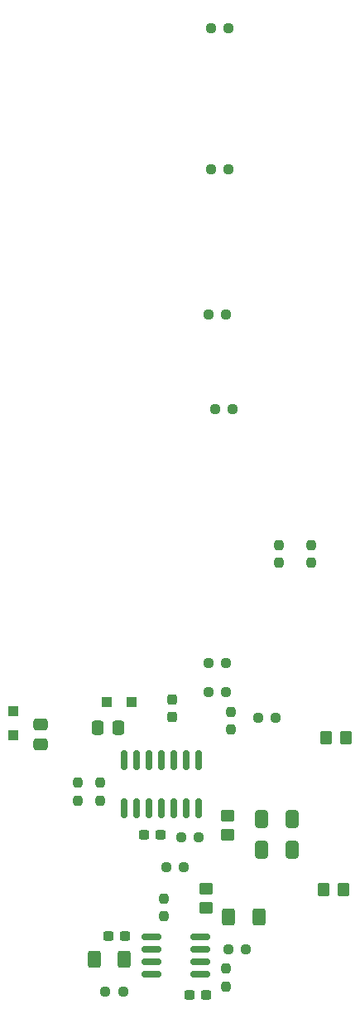
<source format=gbp>
G04 #@! TF.GenerationSoftware,KiCad,Pcbnew,6.0.5-a6ca702e91~116~ubuntu22.04.1*
G04 #@! TF.CreationDate,2022-06-02T14:51:50-07:00*
G04 #@! TF.ProjectId,HEAR,48454152-2e6b-4696-9361-645f70636258,2.1*
G04 #@! TF.SameCoordinates,Original*
G04 #@! TF.FileFunction,Paste,Bot*
G04 #@! TF.FilePolarity,Positive*
%FSLAX46Y46*%
G04 Gerber Fmt 4.6, Leading zero omitted, Abs format (unit mm)*
G04 Created by KiCad (PCBNEW 6.0.5-a6ca702e91~116~ubuntu22.04.1) date 2022-06-02 14:51:50*
%MOMM*%
%LPD*%
G01*
G04 APERTURE LIST*
G04 Aperture macros list*
%AMRoundRect*
0 Rectangle with rounded corners*
0 $1 Rounding radius*
0 $2 $3 $4 $5 $6 $7 $8 $9 X,Y pos of 4 corners*
0 Add a 4 corners polygon primitive as box body*
4,1,4,$2,$3,$4,$5,$6,$7,$8,$9,$2,$3,0*
0 Add four circle primitives for the rounded corners*
1,1,$1+$1,$2,$3*
1,1,$1+$1,$4,$5*
1,1,$1+$1,$6,$7*
1,1,$1+$1,$8,$9*
0 Add four rect primitives between the rounded corners*
20,1,$1+$1,$2,$3,$4,$5,0*
20,1,$1+$1,$4,$5,$6,$7,0*
20,1,$1+$1,$6,$7,$8,$9,0*
20,1,$1+$1,$8,$9,$2,$3,0*%
G04 Aperture macros list end*
%ADD10R,1.000000X1.000000*%
%ADD11RoundRect,0.250000X0.337500X0.475000X-0.337500X0.475000X-0.337500X-0.475000X0.337500X-0.475000X0*%
%ADD12RoundRect,0.250000X-0.475000X0.337500X-0.475000X-0.337500X0.475000X-0.337500X0.475000X0.337500X0*%
%ADD13RoundRect,0.237500X0.237500X-0.300000X0.237500X0.300000X-0.237500X0.300000X-0.237500X-0.300000X0*%
%ADD14RoundRect,0.237500X-0.300000X-0.237500X0.300000X-0.237500X0.300000X0.237500X-0.300000X0.237500X0*%
%ADD15RoundRect,0.237500X0.300000X0.237500X-0.300000X0.237500X-0.300000X-0.237500X0.300000X-0.237500X0*%
%ADD16RoundRect,0.237500X-0.250000X-0.237500X0.250000X-0.237500X0.250000X0.237500X-0.250000X0.237500X0*%
%ADD17RoundRect,0.237500X-0.237500X0.250000X-0.237500X-0.250000X0.237500X-0.250000X0.237500X0.250000X0*%
%ADD18RoundRect,0.237500X0.237500X-0.250000X0.237500X0.250000X-0.237500X0.250000X-0.237500X-0.250000X0*%
%ADD19RoundRect,0.237500X0.250000X0.237500X-0.250000X0.237500X-0.250000X-0.237500X0.250000X-0.237500X0*%
%ADD20RoundRect,0.150000X-0.150000X0.825000X-0.150000X-0.825000X0.150000X-0.825000X0.150000X0.825000X0*%
%ADD21RoundRect,0.250000X0.412500X0.650000X-0.412500X0.650000X-0.412500X-0.650000X0.412500X-0.650000X0*%
%ADD22RoundRect,0.250000X-0.400000X-0.625000X0.400000X-0.625000X0.400000X0.625000X-0.400000X0.625000X0*%
%ADD23RoundRect,0.250000X0.350000X0.450000X-0.350000X0.450000X-0.350000X-0.450000X0.350000X-0.450000X0*%
%ADD24RoundRect,0.250000X0.450000X-0.350000X0.450000X0.350000X-0.450000X0.350000X-0.450000X-0.350000X0*%
%ADD25RoundRect,0.250000X-0.450000X0.350000X-0.450000X-0.350000X0.450000X-0.350000X0.450000X0.350000X0*%
%ADD26RoundRect,0.150000X0.825000X0.150000X-0.825000X0.150000X-0.825000X-0.150000X0.825000X-0.150000X0*%
%ADD27RoundRect,0.250000X0.400000X0.625000X-0.400000X0.625000X-0.400000X-0.625000X0.400000X-0.625000X0*%
G04 APERTURE END LIST*
D10*
X17526000Y-100350000D03*
X17526000Y-102850000D03*
X27071000Y-99441000D03*
X29571000Y-99441000D03*
D11*
X28215500Y-102108000D03*
X26140500Y-102108000D03*
D12*
X20320000Y-101705500D03*
X20320000Y-103780500D03*
D13*
X33782000Y-100938500D03*
X33782000Y-99213500D03*
D14*
X30887500Y-113030000D03*
X32612500Y-113030000D03*
D15*
X28929500Y-123317000D03*
X27204500Y-123317000D03*
X37235300Y-129336800D03*
X35510300Y-129336800D03*
D16*
X37441500Y-98425000D03*
X39266500Y-98425000D03*
D17*
X48006000Y-83415500D03*
X48006000Y-85240500D03*
X44653200Y-83415500D03*
X44653200Y-85240500D03*
X39751000Y-100433500D03*
X39751000Y-102258500D03*
D16*
X42521500Y-101092000D03*
X44346500Y-101092000D03*
D18*
X26416000Y-109497500D03*
X26416000Y-107672500D03*
D16*
X34647500Y-113284000D03*
X36472500Y-113284000D03*
D17*
X24130000Y-107672500D03*
X24130000Y-109497500D03*
D19*
X34948500Y-116332000D03*
X33123500Y-116332000D03*
D20*
X28829000Y-105348000D03*
X30099000Y-105348000D03*
X31369000Y-105348000D03*
X32639000Y-105348000D03*
X33909000Y-105348000D03*
X35179000Y-105348000D03*
X36449000Y-105348000D03*
X36449000Y-110298000D03*
X35179000Y-110298000D03*
X33909000Y-110298000D03*
X32639000Y-110298000D03*
X31369000Y-110298000D03*
X30099000Y-110298000D03*
X28829000Y-110298000D03*
D16*
X38152700Y-69545200D03*
X39977700Y-69545200D03*
D21*
X46012500Y-111404400D03*
X42887500Y-111404400D03*
D22*
X25780400Y-125730000D03*
X28880400Y-125730000D03*
D21*
X46012500Y-114554000D03*
X42887500Y-114554000D03*
D18*
X39268400Y-128471300D03*
X39268400Y-126646300D03*
D23*
X51292000Y-118618000D03*
X49292000Y-118618000D03*
D16*
X37441500Y-59944000D03*
X39266500Y-59944000D03*
D24*
X37211000Y-120481600D03*
X37211000Y-118481600D03*
D25*
X39420800Y-111014000D03*
X39420800Y-113014000D03*
D23*
X51546000Y-103124000D03*
X49546000Y-103124000D03*
D17*
X32893000Y-119483500D03*
X32893000Y-121308500D03*
D26*
X36612600Y-123418600D03*
X36612600Y-124688600D03*
X36612600Y-125958600D03*
X36612600Y-127228600D03*
X31662600Y-127228600D03*
X31662600Y-125958600D03*
X31662600Y-124688600D03*
X31662600Y-123418600D03*
D19*
X41298500Y-124714000D03*
X39473500Y-124714000D03*
D27*
X42647200Y-121412000D03*
X39547200Y-121412000D03*
D16*
X26900500Y-128981200D03*
X28725500Y-128981200D03*
X37441500Y-95504000D03*
X39266500Y-95504000D03*
X37695500Y-45085000D03*
X39520500Y-45085000D03*
X37695500Y-30734000D03*
X39520500Y-30734000D03*
M02*

</source>
